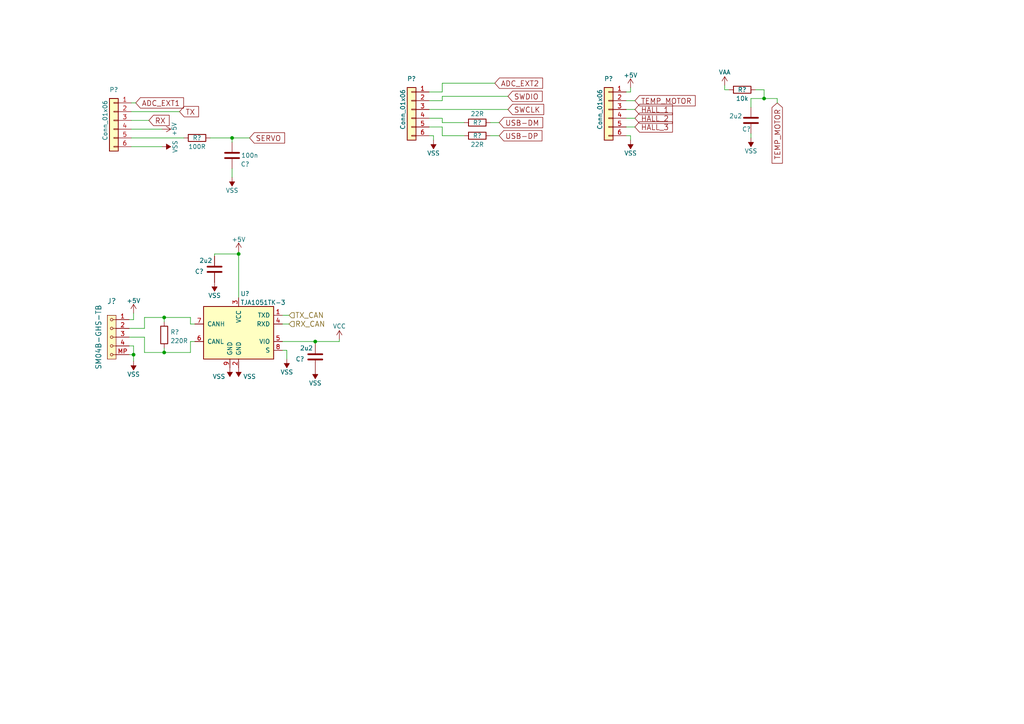
<source format=kicad_sch>
(kicad_sch (version 20211123) (generator eeschema)
  (paper "A4")
  (lib_symbols
    (symbol "Connector_Generic:Conn_01x06" (pin_names (offset 1.016) hide)
      (property "Reference" "J" (at 0 7.62 0))
      (property "Value" "Conn_01x06" (at 0 -10.16 0))
      (symbol "Conn_01x06_1_1"
        (rectangle (start -1.27 -7.493) (end 0 -7.747) (stroke (width 0.1524)))
        (rectangle (start -1.27 -4.953) (end 0 -5.207) (stroke (width 0.1524)))
        (rectangle (start -1.27 -2.413) (end 0 -2.667) (stroke (width 0.1524)))
        (rectangle (start -1.27 0.127) (end 0 -0.127) (stroke (width 0.1524)))
        (rectangle (start -1.27 2.667) (end 0 2.413) (stroke (width 0.1524)))
        (rectangle (start -1.27 5.207) (end 0 4.953) (stroke (width 0.1524)))
        (rectangle (start -1.27 6.35) (end 1.27 -8.89) (stroke (width 0.254)) (fill (type background)))
        (pin passive line (at -5.08 5.08 0) (length 3.81) (name "Pin_1") (number "1"))
        (pin passive line (at -5.08 2.54 0) (length 3.81) (name "Pin_2") (number "2"))
        (pin passive line (at -5.08 0 0) (length 3.81) (name "Pin_3") (number "3"))
        (pin passive line (at -5.08 -2.54 0) (length 3.81) (name "Pin_4") (number "4"))
        (pin passive line (at -5.08 -5.08 0) (length 3.81) (name "Pin_5") (number "5"))
        (pin passive line (at -5.08 -7.62 0) (length 3.81) (name "Pin_6") (number "6"))
      )
    )
    (symbol "Device:C" (pin_numbers hide) (pin_names (offset 0.254))
      (property "Reference" "C" (at 0.635 2.54 0))
      (property "Value" "C" (at 0.635 -2.54 0))
      (symbol "C_0_1"
        (polyline (pts (xy -2.032 -0.762) (xy 2.032 -0.762)) (stroke (width 0.508)))
        (polyline (pts (xy -2.032 0.762) (xy 2.032 0.762)) (stroke (width 0.508)))
      )
      (symbol "C_1_1"
        (pin passive line (at 0 3.81 270) (length 2.794) (name "~") (number "1"))
        (pin passive line (at 0 -3.81 90) (length 2.794) (name "~") (number "2"))
      )
    )
    (symbol "Device:R" (pin_numbers hide) (pin_names (offset 0))
      (property "Reference" "R" (at 2.032 0 90))
      (property "Value" "R" (at 0 0 90))
      (symbol "R_0_1"
        (rectangle (start -1.016 -2.54) (end 1.016 2.54) (stroke (width 0.254)))
      )
      (symbol "R_1_1"
        (pin passive line (at 0 3.81 270) (length 1.27) (name "~") (number "1"))
        (pin passive line (at 0 -3.81 90) (length 1.27) (name "~") (number "2"))
      )
    )
    (symbol "Interface_CAN_LIN:TJA1051TK-3" (pin_names (offset 1.016))
      (property "Reference" "U" (at -10.16 8.89 0))
      (property "Value" "TJA1051TK-3" (at 1.27 8.89 0))
      (symbol "TJA1051TK-3_0_1"
        (rectangle (start -10.16 7.62) (end 10.16 -7.62) (stroke (width 0.254)) (fill (type background)))
      )
      (symbol "TJA1051TK-3_1_1"
        (pin input line (at -12.7 5.08 0) (length 2.54) (name "TXD") (number "1"))
        (pin power_in line (at 0 -10.16 90) (length 2.54) (name "GND") (number "2"))
        (pin power_in line (at 0 10.16 270) (length 2.54) (name "VCC") (number "3"))
        (pin output line (at -12.7 2.54 0) (length 2.54) (name "RXD") (number "4"))
        (pin power_in line (at -12.7 -2.54 0) (length 2.54) (name "VIO") (number "5"))
        (pin bidirectional line (at 12.7 -2.54 180) (length 2.54) (name "CANL") (number "6"))
        (pin bidirectional line (at 12.7 2.54 180) (length 2.54) (name "CANH") (number "7"))
        (pin input line (at -12.7 -5.08 0) (length 2.54) (name "S") (number "8"))
        (pin power_in line (at 2.54 -10.16 90) (length 2.54) (name "GND") (number "9"))
      )
    )
    (symbol "MLAB_CONNECTORS_JST:SM04B-GHS-TB" (pin_names (offset 1.016))
      (property "Reference" "J" (at 0 -7.62 0))
      (property "Value" "SM04B-GHS-TB" (at 0 7.62 0))
      (symbol "SM04B-GHS-TB_0_1"
        (rectangle (start -1.27 6.35) (end 1.27 -6.35) (fill (type background)))
        (circle (center 0 -5.08) (radius 0.381))
        (circle (center 0 -2.54) (radius 0.381))
        (polyline (pts (xy -1.27 -5.08) (xy -0.381 -5.08)))
        (polyline (pts (xy -1.27 -2.54) (xy -0.381 -2.54)))
        (polyline (pts (xy -1.27 0) (xy -0.381 0)))
        (polyline (pts (xy -1.27 2.54) (xy -0.381 2.54)))
        (polyline (pts (xy -1.27 5.08) (xy -0.381 5.08)))
        (circle (center 0 0) (radius 0.381))
        (circle (center 0 2.54) (radius 0.381))
        (circle (center 0 5.08) (radius 0.381))
      )
      (symbol "SM04B-GHS-TB_1_1"
        (pin input line (at -5.08 5.08 0) (length 3.81) (name "~") (number "1"))
        (pin input line (at -5.08 2.54 0) (length 3.81) (name "~") (number "2"))
        (pin input line (at -5.08 0 0) (length 3.81) (name "~") (number "3"))
        (pin input line (at -5.08 -2.54 0) (length 3.81) (name "~") (number "4"))
        (pin input line (at -5.08 -5.08 0) (length 3.81) (name "~") (number "MP"))
      )
    )
    (symbol "power:+5V" (power) (pin_names (offset 0))
      (property "Value" "+5V" (at 0 3.556 0))
      (symbol "+5V_0_1"
        (polyline (pts (xy -0.762 1.27) (xy 0 2.54)))
        (polyline (pts (xy 0 0) (xy 0 2.54)))
        (polyline (pts (xy 0 2.54) (xy 0.762 1.27)))
      )
      (symbol "+5V_1_1"
        (pin power_in line (at 0 0 90) (length 0) hide (name "+5V") (number "1"))
      )
    )
    (symbol "power:VAA" (power) (pin_names (offset 0))
      (property "Value" "VAA" (at 0 3.81 0))
      (symbol "VAA_0_1"
        (polyline (pts (xy -0.762 1.27) (xy 0 2.54)))
        (polyline (pts (xy 0 0) (xy 0 2.54)))
        (polyline (pts (xy 0 2.54) (xy 0.762 1.27)))
      )
      (symbol "VAA_1_1"
        (pin power_in line (at 0 0 90) (length 0) hide (name "VAA") (number "1"))
      )
    )
    (symbol "power:VCC" (power) (pin_names (offset 0))
      (property "Value" "VCC" (at 0 3.81 0))
      (symbol "VCC_0_1"
        (polyline (pts (xy -0.762 1.27) (xy 0 2.54)))
        (polyline (pts (xy 0 0) (xy 0 2.54)))
        (polyline (pts (xy 0 2.54) (xy 0.762 1.27)))
      )
      (symbol "VCC_1_1"
        (pin power_in line (at 0 0 90) (length 0) hide (name "VCC") (number "1"))
      )
    )
    (symbol "power:VSS" (power) (pin_names (offset 0))
      (property "Value" "VSS" (at 0 3.81 0))
      (symbol "VSS_0_1"
        (polyline (pts (xy 0 0) (xy 0 2.54)))
        (polyline (pts (xy 0.762 1.27) (xy -0.762 1.27) (xy 0 2.54) (xy 0.762 1.27)) (fill (type outline)))
      )
      (symbol "VSS_1_1"
        (pin power_in line (at 0 0 90) (length 0) hide (name "VSS") (number "1"))
      )
    )
  )
  (junction (at 69.215 73.66))
  (junction (at 38.735 102.87))
  (junction (at 47.625 92.075))
  (junction (at 221.615 28.575))
  (junction (at 47.625 102.235))
  (junction (at 91.44 99.06))
  (junction (at 67.31 40.005))
  (wire (pts (xy 38.1 34.925) (xy 43.18 34.925)))
  (wire (pts (xy 128.27 24.13) (xy 128.27 26.67)))
  (wire (pts (xy 81.915 99.06) (xy 91.44 99.06)))
  (wire (pts (xy 221.615 26.035) (xy 221.615 28.575)))
  (wire (pts (xy 182.88 39.37) (xy 182.88 40.64)))
  (wire (pts (xy 37.465 97.79) (xy 41.91 97.79)))
  (wire (pts (xy 181.61 39.37) (xy 182.88 39.37)))
  (wire (pts (xy 41.91 92.075) (xy 47.625 92.075)))
  (wire (pts (xy 83.185 101.6) (xy 83.185 104.14)))
  (wire (pts (xy 81.915 93.98) (xy 83.82 93.98)))
  (wire (pts (xy 128.27 35.56) (xy 128.27 34.29)))
  (wire (pts (xy 38.1 32.385) (xy 52.07 32.385)))
  (wire (pts (xy 56.515 93.98) (xy 55.245 93.98)))
  (wire (pts (xy 67.31 51.435) (xy 67.31 48.895)))
  (wire (pts (xy 134.62 39.37) (xy 128.27 39.37)))
  (wire (pts (xy 147.32 27.94) (xy 128.27 27.94)))
  (wire (pts (xy 37.465 92.71) (xy 38.735 92.71)))
  (wire (pts (xy 38.1 29.845) (xy 39.37 29.845)))
  (wire (pts (xy 47.625 102.235) (xy 47.625 100.965)))
  (wire (pts (xy 37.465 100.33) (xy 38.735 100.33)))
  (wire (pts (xy 62.23 73.66) (xy 69.215 73.66)))
  (wire (pts (xy 38.1 40.005) (xy 53.34 40.005)))
  (wire (pts (xy 217.805 38.735) (xy 217.805 40.005)))
  (wire (pts (xy 128.27 34.29) (xy 124.46 34.29)))
  (wire (pts (xy 60.96 40.005) (xy 67.31 40.005)))
  (wire (pts (xy 128.27 29.21) (xy 124.46 29.21)))
  (wire (pts (xy 125.73 40.64) (xy 125.73 39.37)))
  (wire (pts (xy 98.425 98.425) (xy 98.425 99.06)))
  (wire (pts (xy 41.91 97.79) (xy 41.91 102.235)))
  (wire (pts (xy 210.185 26.035) (xy 211.455 26.035)))
  (wire (pts (xy 81.915 91.44) (xy 83.82 91.44)))
  (wire (pts (xy 182.88 26.67) (xy 182.88 25.4)))
  (wire (pts (xy 55.245 93.98) (xy 55.245 92.075)))
  (wire (pts (xy 67.31 40.005) (xy 72.39 40.005)))
  (wire (pts (xy 147.32 31.75) (xy 124.46 31.75)))
  (wire (pts (xy 128.27 36.83) (xy 124.46 36.83)))
  (wire (pts (xy 41.91 95.25) (xy 41.91 92.075)))
  (wire (pts (xy 184.15 34.29) (xy 181.61 34.29)))
  (wire (pts (xy 217.805 28.575) (xy 217.805 31.115)))
  (wire (pts (xy 47.625 92.075) (xy 47.625 93.345)))
  (wire (pts (xy 225.425 29.845) (xy 225.425 28.575)))
  (wire (pts (xy 128.27 39.37) (xy 128.27 36.83)))
  (wire (pts (xy 144.78 39.37) (xy 142.24 39.37)))
  (wire (pts (xy 91.44 99.06) (xy 98.425 99.06)))
  (wire (pts (xy 38.735 100.33) (xy 38.735 102.87)))
  (wire (pts (xy 184.15 31.75) (xy 181.61 31.75)))
  (wire (pts (xy 55.245 92.075) (xy 47.625 92.075)))
  (wire (pts (xy 184.15 29.21) (xy 181.61 29.21)))
  (wire (pts (xy 38.1 42.545) (xy 46.99 42.545)))
  (wire (pts (xy 69.215 73.025) (xy 69.215 73.66)))
  (wire (pts (xy 56.515 99.06) (xy 55.245 99.06)))
  (wire (pts (xy 143.51 24.13) (xy 128.27 24.13)))
  (wire (pts (xy 55.245 102.235) (xy 47.625 102.235)))
  (wire (pts (xy 128.27 27.94) (xy 128.27 29.21)))
  (wire (pts (xy 134.62 35.56) (xy 128.27 35.56)))
  (wire (pts (xy 37.465 102.87) (xy 38.735 102.87)))
  (wire (pts (xy 38.735 92.71) (xy 38.735 90.805)))
  (wire (pts (xy 225.425 28.575) (xy 221.615 28.575)))
  (wire (pts (xy 38.1 37.465) (xy 46.99 37.465)))
  (wire (pts (xy 221.615 28.575) (xy 217.805 28.575)))
  (wire (pts (xy 37.465 95.25) (xy 41.91 95.25)))
  (wire (pts (xy 181.61 26.67) (xy 182.88 26.67)))
  (wire (pts (xy 41.91 102.235) (xy 47.625 102.235)))
  (wire (pts (xy 81.915 101.6) (xy 83.185 101.6)))
  (wire (pts (xy 184.15 36.83) (xy 181.61 36.83)))
  (wire (pts (xy 62.23 74.295) (xy 62.23 73.66)))
  (wire (pts (xy 69.215 73.66) (xy 69.215 86.36)))
  (wire (pts (xy 91.44 99.695) (xy 91.44 99.06)))
  (wire (pts (xy 144.78 35.56) (xy 142.24 35.56)))
  (wire (pts (xy 67.31 40.005) (xy 67.31 41.275)))
  (wire (pts (xy 38.735 102.87) (xy 38.735 104.775)))
  (wire (pts (xy 128.27 26.67) (xy 124.46 26.67)))
  (wire (pts (xy 219.075 26.035) (xy 221.615 26.035)))
  (wire (pts (xy 55.245 99.06) (xy 55.245 102.235)))
  (wire (pts (xy 125.73 39.37) (xy 124.46 39.37)))
  (wire (pts (xy 210.185 24.765) (xy 210.185 26.035)))
  (global_label "SWCLK" (shape input) (at 147.32 31.75 0) (effects (font (size 1.524 1.524))) (property "Intersheet References" "${INTERSHEET_REFS}" (effects hide)))
  (global_label "HALL_1" (shape input) (at 184.15 31.75 0) (effects (font (size 1.524 1.524))) (property "Intersheet References" "${INTERSHEET_REFS}" (effects hide)))
  (global_label "ADC_EXT2" (shape input) (at 143.51 24.13 0) (effects (font (size 1.524 1.524))) (property "Intersheet References" "${INTERSHEET_REFS}" (effects hide)))
  (global_label "SWDIO" (shape input) (at 147.32 27.94 0) (effects (font (size 1.524 1.524))) (property "Intersheet References" "${INTERSHEET_REFS}" (effects hide)))
  (global_label "ADC_EXT1" (shape input) (at 39.37 29.845 0) (effects (font (size 1.524 1.524))) (property "Intersheet References" "${INTERSHEET_REFS}" (effects hide)))
  (global_label "RX" (shape input) (at 43.18 34.925 0) (effects (font (size 1.524 1.524))) (property "Intersheet References" "${INTERSHEET_REFS}" (effects hide)))
  (global_label "TX" (shape input) (at 52.07 32.385 0) (effects (font (size 1.524 1.524))) (property "Intersheet References" "${INTERSHEET_REFS}" (effects hide)))
  (global_label "SERVO" (shape input) (at 72.39 40.005 0) (effects (font (size 1.524 1.524))) (property "Intersheet References" "${INTERSHEET_REFS}" (effects hide)))
  (global_label "USB-DP" (shape input) (at 144.78 39.37 0) (effects (font (size 1.524 1.524))) (property "Intersheet References" "${INTERSHEET_REFS}" (effects hide)))
  (global_label "HALL_2" (shape input) (at 184.15 34.29 0) (effects (font (size 1.524 1.524))) (property "Intersheet References" "${INTERSHEET_REFS}" (effects hide)))
  (global_label "HALL_3" (shape input) (at 184.15 36.83 0) (effects (font (size 1.524 1.524))) (property "Intersheet References" "${INTERSHEET_REFS}" (effects hide)))
  (global_label "TEMP_MOTOR" (shape input) (at 225.425 29.845 270) (effects (font (size 1.524 1.524))) (property "Intersheet References" "${INTERSHEET_REFS}" (effects hide)))
  (global_label "USB-DM" (shape input) (at 144.78 35.56 0) (effects (font (size 1.524 1.524))) (property "Intersheet References" "${INTERSHEET_REFS}" (effects hide)))
  (global_label "TEMP_MOTOR" (shape input) (at 184.15 29.21 0) (effects (font (size 1.524 1.524))) (property "Intersheet References" "${INTERSHEET_REFS}" (effects hide)))
  (hierarchical_label "TX_CAN" (shape input) (at 83.82 91.44 0) (effects (font (size 1.524 1.524))))
  (hierarchical_label "RX_CAN" (shape input) (at 83.82 93.98 0) (effects (font (size 1.524 1.524))))
  (symbol (lib_id "Device:R") (at 138.43 39.37 90) (mirror x) (unit 1)
    (property "Reference" "R?" (at 138.43 39.37 90))
    (property "Value" "22R" (at 138.43 41.91 90))
    (property "Footprint" "Resistors_SMD:R_0603" (effects hide))
  )
  (symbol (lib_id "Device:C") (at 91.44 103.505 0) (unit 1)
    (property "Reference" "C?" (at 85.725 104.14 0) (effects (justify left)))
    (property "Value" "2u2" (at 86.995 100.965 0) (effects (justify left)))
  )
  (symbol (lib_id "power:+5V") (at 38.735 90.805 0) (mirror y) (unit 1)
    (property "Reference" "#PWR?" (effects hide))
    (property "Value" "+5V" (at 38.735 87.249 0))
  )
  (symbol (lib_id "Device:R") (at 47.625 97.155 180) (unit 1)
    (property "Reference" "R?" (at 49.403 96.3203 0) (effects (justify right)))
    (property "Value" "220R" (at 49.403 98.8572 0) (effects (justify right)))
  )
  (symbol (lib_id "power:VSS") (at 217.805 40.005 180) (unit 1)
    (property "Reference" "#PWR?" (effects hide))
    (property "Value" "VSS" (at 217.805 43.815 0))
  )
  (symbol (lib_id "power:VSS") (at 91.44 107.315 180) (unit 1)
    (property "Reference" "#PWR?" (effects hide))
    (property "Value" "VSS" (at 91.44 111.125 0))
  )
  (symbol (lib_id "Connector_Generic:Conn_01x06") (at 176.53 31.75 0) (mirror y) (unit 1)
    (property "Reference" "P?" (at 176.53 22.86 0))
    (property "Value" "Conn_01x06" (at 173.99 31.75 90))
    (property "Footprint" "kicad_subory:JST_ZH_1.5_6-Pin" (effects hide))
  )
  (symbol (lib_id "power:VSS") (at 125.73 40.64 0) (mirror x) (unit 1)
    (property "Reference" "#PWR?" (effects hide))
    (property "Value" "VSS" (at 125.73 44.45 0))
  )
  (symbol (lib_id "power:VSS") (at 66.675 106.68 180) (unit 1)
    (property "Reference" "#PWR?" (effects hide))
    (property "Value" "VSS" (at 63.5 109.22 0))
  )
  (symbol (lib_id "power:VSS") (at 67.31 51.435 180) (unit 1)
    (property "Reference" "#PWR?" (effects hide))
    (property "Value" "VSS" (at 67.31 55.245 0))
  )
  (symbol (lib_id "power:VSS") (at 62.23 81.915 180) (unit 1)
    (property "Reference" "#PWR?" (effects hide))
    (property "Value" "VSS" (at 62.23 85.725 0))
  )
  (symbol (lib_id "power:VSS") (at 46.99 42.545 270) (mirror x) (unit 1)
    (property "Reference" "#PWR?" (effects hide))
    (property "Value" "VSS" (at 50.8 42.545 0))
  )
  (symbol (lib_id "Device:R") (at 215.265 26.035 90) (unit 1)
    (property "Reference" "R?" (at 215.265 26.035 90))
    (property "Value" "10k" (at 215.265 28.575 90))
    (property "Footprint" "Resistors_SMD:R_0603" (effects hide))
  )
  (symbol (lib_id "power:VSS") (at 38.735 104.775 180) (unit 1)
    (property "Reference" "#PWR?" (effects hide))
    (property "Value" "VSS" (at 38.735 108.585 0))
  )
  (symbol (lib_id "power:VSS") (at 69.215 106.68 180) (unit 1)
    (property "Reference" "#PWR?" (effects hide))
    (property "Value" "VSS" (at 72.39 109.22 0))
  )
  (symbol (lib_id "power:VAA") (at 210.185 24.765 0) (unit 1)
    (property "Reference" "#PWR?" (effects hide))
    (property "Value" "VAA" (at 210.185 20.955 0))
  )
  (symbol (lib_id "power:+5V") (at 182.88 25.4 0) (mirror y) (unit 1)
    (property "Reference" "#PWR?" (effects hide))
    (property "Value" "+5V" (at 182.88 21.844 0))
  )
  (symbol (lib_id "Connector_Generic:Conn_01x06") (at 33.02 34.925 0) (mirror y) (unit 1)
    (property "Reference" "P?" (at 33.02 26.035 0))
    (property "Value" "Conn_01x06" (at 30.48 34.925 90))
    (property "Footprint" "kicad_subory:JST_ZH_1.5_6-Pin" (effects hide))
  )
  (symbol (lib_id "Device:C") (at 217.805 34.925 180) (unit 1)
    (property "Reference" "C?" (at 217.805 37.465 0) (effects (justify left)))
    (property "Value" "2u2" (at 215.265 33.655 0) (effects (justify left)))
    (property "Footprint" "Capacitors_SMD:C_0603" (effects hide))
  )
  (symbol (lib_id "power:+5V") (at 46.99 37.465 270) (mirror x) (unit 1)
    (property "Reference" "#PWR?" (effects hide))
    (property "Value" "+5V" (at 50.546 37.465 0))
  )
  (symbol (lib_id "power:VSS") (at 83.185 104.14 180) (unit 1)
    (property "Reference" "#PWR?" (effects hide))
    (property "Value" "VSS" (at 83.185 107.95 0))
  )
  (symbol (lib_id "Device:C") (at 62.23 78.105 0) (unit 1)
    (property "Reference" "C?" (at 56.515 78.74 0) (effects (justify left)))
    (property "Value" "2u2" (at 57.785 75.565 0) (effects (justify left)))
  )
  (symbol (lib_id "power:+5V") (at 69.215 73.025 0) (mirror y) (unit 1)
    (property "Reference" "#PWR?" (effects hide))
    (property "Value" "+5V" (at 69.215 69.469 0))
  )
  (symbol (lib_id "Device:C") (at 67.31 45.085 180) (unit 1)
    (property "Reference" "C?" (at 72.39 47.625 0) (effects (justify left)))
    (property "Value" "100n" (at 74.93 45.085 0) (effects (justify left)))
    (property "Footprint" "Resistors_SMD:R_0603" (effects hide))
  )
  (symbol (lib_id "Connector_Generic:Conn_01x06") (at 119.38 31.75 0) (mirror y) (unit 1)
    (property "Reference" "P?" (at 119.38 22.86 0))
    (property "Value" "Conn_01x06" (at 116.84 31.75 90))
    (property "Footprint" "kicad_subory:JST_ZH_1.5_6-Pin" (effects hide))
  )
  (symbol (lib_id "MLAB_CONNECTORS_JST:SM04B-GHS-TB") (at 32.385 97.79 0) (mirror y) (unit 1)
    (property "Reference" "J?" (at 32.385 87.3559 0) (effects (font (size 1.524 1.524))))
    (property "Value" "SM04B-GHS-TB" (at 28.575 97.79 90) (effects (font (size 1.524 1.524))))
    (property "Footprint" "Connector_JST:JST_GH_SM04B-GHS-TB_1x04-1MP_P1.25mm_Horizontal" (effects hide))
  )
  (symbol (lib_id "power:VCC") (at 98.425 98.425 0) (unit 1)
    (property "Reference" "#PWR?" (effects hide))
    (property "Value" "VCC" (at 98.425 94.615 0))
  )
  (symbol (lib_id "power:VSS") (at 182.88 40.64 0) (mirror x) (unit 1)
    (property "Reference" "#PWR?" (effects hide))
    (property "Value" "VSS" (at 182.88 44.45 0))
  )
  (symbol (lib_id "Interface_CAN_LIN:TJA1051TK-3") (at 69.215 96.52 0) (mirror y) (unit 1)
    (property "Reference" "U?" (at 69.7356 85.2002 0) (effects (justify right)))
    (property "Value" "TJA1051TK-3" (at 69.7356 87.7371 0) (effects (justify right)))
    (property "Footprint" "Package_DFN_QFN:DFN-8-1EP_3x3mm_P0.65mm_EP1.55x2.4mm" (effects hide))
    (property "Datasheet" "http://www.nxp.com/documents/data_sheet/TJA1051.pdf" (effects hide))
  )
  (symbol (lib_id "Device:R") (at 57.15 40.005 270) (unit 1)
    (property "Reference" "R?" (at 57.15 40.005 90))
    (property "Value" "100R" (at 57.15 42.545 90))
    (property "Footprint" "Resistors_SMD:R_0603" (effects hide))
  )
  (symbol (lib_id "Device:R") (at 138.43 35.56 90) (mirror x) (unit 1)
    (property "Reference" "R?" (at 138.43 35.56 90))
    (property "Value" "22R" (at 138.43 33.02 90))
    (property "Footprint" "Resistors_SMD:R_0603" (effects hide))
  )
)
</source>
